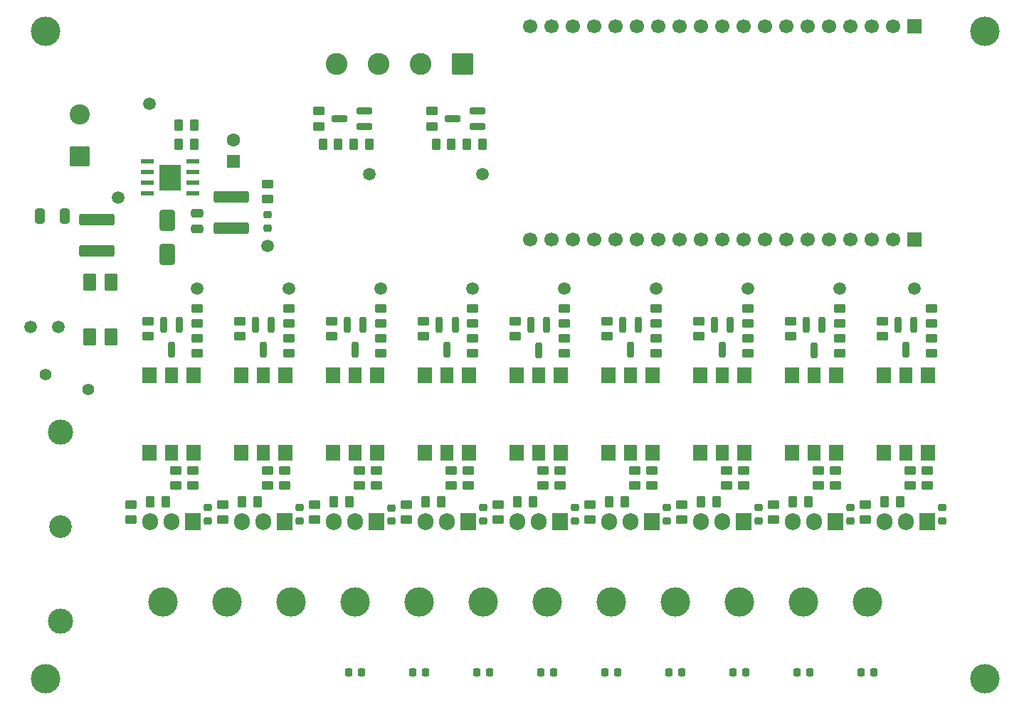
<source format=gbr>
%TF.GenerationSoftware,KiCad,Pcbnew,9.0.0*%
%TF.CreationDate,2025-07-11T19:31:04+08:00*%
%TF.ProjectId,ESPrinkler Retic PCB,45535072-696e-46b6-9c65-722052657469,rev?*%
%TF.SameCoordinates,Original*%
%TF.FileFunction,Soldermask,Top*%
%TF.FilePolarity,Negative*%
%FSLAX46Y46*%
G04 Gerber Fmt 4.6, Leading zero omitted, Abs format (unit mm)*
G04 Created by KiCad (PCBNEW 9.0.0) date 2025-07-11 19:31:04*
%MOMM*%
%LPD*%
G01*
G04 APERTURE LIST*
G04 Aperture macros list*
%AMRoundRect*
0 Rectangle with rounded corners*
0 $1 Rounding radius*
0 $2 $3 $4 $5 $6 $7 $8 $9 X,Y pos of 4 corners*
0 Add a 4 corners polygon primitive as box body*
4,1,4,$2,$3,$4,$5,$6,$7,$8,$9,$2,$3,0*
0 Add four circle primitives for the rounded corners*
1,1,$1+$1,$2,$3*
1,1,$1+$1,$4,$5*
1,1,$1+$1,$6,$7*
1,1,$1+$1,$8,$9*
0 Add four rect primitives between the rounded corners*
20,1,$1+$1,$2,$3,$4,$5,0*
20,1,$1+$1,$4,$5,$6,$7,0*
20,1,$1+$1,$6,$7,$8,$9,0*
20,1,$1+$1,$8,$9,$2,$3,0*%
G04 Aperture macros list end*
%ADD10RoundRect,0.250000X0.262500X0.450000X-0.262500X0.450000X-0.262500X-0.450000X0.262500X-0.450000X0*%
%ADD11RoundRect,0.225000X-0.250000X0.225000X-0.250000X-0.225000X0.250000X-0.225000X0.250000X0.225000X0*%
%ADD12R,1.651000X1.955800*%
%ADD13R,1.524000X1.955800*%
%ADD14RoundRect,0.250000X0.450000X-0.262500X0.450000X0.262500X-0.450000X0.262500X-0.450000X-0.262500X0*%
%ADD15C,1.500000*%
%ADD16RoundRect,0.250000X-0.450000X0.262500X-0.450000X-0.262500X0.450000X-0.262500X0.450000X0.262500X0*%
%ADD17RoundRect,0.249999X-0.525001X0.800001X-0.525001X-0.800001X0.525001X-0.800001X0.525001X0.800001X0*%
%ADD18RoundRect,0.249999X1.850001X-0.450001X1.850001X0.450001X-1.850001X0.450001X-1.850001X-0.450001X0*%
%ADD19RoundRect,0.250000X1.050000X1.050000X-1.050000X1.050000X-1.050000X-1.050000X1.050000X-1.050000X0*%
%ADD20C,2.600000*%
%ADD21RoundRect,0.250000X-0.262500X-0.450000X0.262500X-0.450000X0.262500X0.450000X-0.262500X0.450000X0*%
%ADD22RoundRect,0.200000X-0.200000X0.750000X-0.200000X-0.750000X0.200000X-0.750000X0.200000X0.750000X0*%
%ADD23RoundRect,0.250000X-0.650000X1.000000X-0.650000X-1.000000X0.650000X-1.000000X0.650000X1.000000X0*%
%ADD24RoundRect,0.250000X0.550000X-0.550000X0.550000X0.550000X-0.550000X0.550000X-0.550000X-0.550000X0*%
%ADD25C,1.600000*%
%ADD26C,3.500000*%
%ADD27RoundRect,0.218750X-0.218750X-0.256250X0.218750X-0.256250X0.218750X0.256250X-0.218750X0.256250X0*%
%ADD28RoundRect,0.250001X0.949999X-0.949999X0.949999X0.949999X-0.949999X0.949999X-0.949999X-0.949999X0*%
%ADD29C,2.400000*%
%ADD30RoundRect,0.250000X0.325000X0.650000X-0.325000X0.650000X-0.325000X-0.650000X0.325000X-0.650000X0*%
%ADD31RoundRect,0.200000X0.750000X0.200000X-0.750000X0.200000X-0.750000X-0.200000X0.750000X-0.200000X0*%
%ADD32RoundRect,0.250000X-0.475000X0.250000X-0.475000X-0.250000X0.475000X-0.250000X0.475000X0.250000X0*%
%ADD33RoundRect,0.218750X-0.256250X0.218750X-0.256250X-0.218750X0.256250X-0.218750X0.256250X0.218750X0*%
%ADD34R,1.550000X0.600000*%
%ADD35R,2.600000X3.100000*%
%ADD36C,1.400000*%
%ADD37R,1.700000X1.700000*%
%ADD38C,1.700000*%
%ADD39C,2.700000*%
%ADD40C,3.000000*%
%ADD41R,1.905000X2.000000*%
%ADD42O,1.905000X2.000000*%
G04 APERTURE END LIST*
D10*
%TO.C,R6*%
X154326500Y-82179000D03*
X152501500Y-82179000D03*
%TD*%
%TO.C,R5*%
X154326500Y-79893000D03*
X152501500Y-79893000D03*
%TD*%
D11*
%TO.C,C13*%
X243332000Y-125450000D03*
X243332000Y-127000000D03*
%TD*%
D12*
%TO.C,U3*%
X165163500Y-109689900D03*
D13*
X162560000Y-109689900D03*
D12*
X159956500Y-109689900D03*
X159956500Y-118910100D03*
D13*
X162560000Y-118910100D03*
D12*
X165163500Y-118910100D03*
%TD*%
D14*
%TO.C,R55*%
X230632000Y-122832500D03*
X230632000Y-121007500D03*
%TD*%
D15*
%TO.C,TP6*%
X163068000Y-94266000D03*
%TD*%
D12*
%TO.C,U8*%
X219773500Y-109689900D03*
D13*
X217170000Y-109689900D03*
D12*
X214566500Y-109689900D03*
X214566500Y-118910100D03*
D13*
X217170000Y-118910100D03*
D12*
X219773500Y-118910100D03*
%TD*%
D16*
%TO.C,R69*%
X209296000Y-101703500D03*
X209296000Y-103528500D03*
%TD*%
D15*
%TO.C,TP2*%
X138176000Y-103886000D03*
%TD*%
D14*
%TO.C,R36*%
X159766000Y-105052500D03*
X159766000Y-103227500D03*
%TD*%
D11*
%TO.C,C12*%
X232410000Y-125463000D03*
X232410000Y-127013000D03*
%TD*%
D16*
%TO.C,R32*%
X187452000Y-105259500D03*
X187452000Y-107084500D03*
%TD*%
%TO.C,R25*%
X146812000Y-125071500D03*
X146812000Y-126896500D03*
%TD*%
D11*
%TO.C,C10*%
X210566000Y-125463000D03*
X210566000Y-127013000D03*
%TD*%
D16*
%TO.C,R57*%
X201422000Y-125071500D03*
X201422000Y-126896500D03*
%TD*%
%TO.C,R43*%
X187452000Y-101703500D03*
X187452000Y-103528500D03*
%TD*%
%TO.C,R40*%
X154686000Y-101703500D03*
X154686000Y-103528500D03*
%TD*%
D11*
%TO.C,C7*%
X177800000Y-125476000D03*
X177800000Y-127026000D03*
%TD*%
D15*
%TO.C,TP25*%
X240030000Y-99314000D03*
%TD*%
D16*
%TO.C,R19*%
X195834000Y-121007500D03*
X195834000Y-122832500D03*
%TD*%
D11*
%TO.C,C8*%
X188722000Y-125463000D03*
X188722000Y-127013000D03*
%TD*%
D17*
%TO.C,D1*%
X144399000Y-98604000D03*
X141859000Y-98604000D03*
X141859000Y-105104000D03*
X144399000Y-105104000D03*
%TD*%
D18*
%TO.C,L2*%
X158748000Y-92157000D03*
X158748000Y-88457000D03*
%TD*%
D10*
%TO.C,R8*%
X188594500Y-82169000D03*
X186769500Y-82169000D03*
%TD*%
D14*
%TO.C,R20*%
X154178000Y-122832500D03*
X154178000Y-121007500D03*
%TD*%
D16*
%TO.C,R29*%
X168656000Y-125071500D03*
X168656000Y-126896500D03*
%TD*%
D10*
%TO.C,R13*%
X183689000Y-124714000D03*
X181864000Y-124714000D03*
%TD*%
%TO.C,R47*%
X227377000Y-124714000D03*
X225552000Y-124714000D03*
%TD*%
D19*
%TO.C,J6*%
X186252500Y-72641500D03*
D20*
X181252500Y-72641500D03*
X176252500Y-72641500D03*
X171252500Y-72641500D03*
%TD*%
D15*
%TO.C,TP13*%
X154686000Y-99314000D03*
%TD*%
D16*
%TO.C,R60*%
X220218000Y-105259500D03*
X220218000Y-107084500D03*
%TD*%
D21*
%TO.C,R7*%
X183086500Y-82169000D03*
X184911500Y-82169000D03*
%TD*%
%TO.C,R2*%
X169648500Y-82169000D03*
X171473500Y-82169000D03*
%TD*%
D16*
%TO.C,R26*%
X154686000Y-105259500D03*
X154686000Y-107084500D03*
%TD*%
D12*
%TO.C,U2*%
X154241500Y-109689900D03*
D13*
X151638000Y-109689900D03*
D12*
X149034500Y-109689900D03*
X149034500Y-118910100D03*
D13*
X151638000Y-118910100D03*
D12*
X154241500Y-118910100D03*
%TD*%
D22*
%TO.C,Q7*%
X196276000Y-103680000D03*
X194376000Y-103680000D03*
X195326000Y-106680000D03*
%TD*%
D16*
%TO.C,R34*%
X198374000Y-105259500D03*
X198374000Y-107084500D03*
%TD*%
D14*
%TO.C,R65*%
X203454000Y-105052500D03*
X203454000Y-103227500D03*
%TD*%
%TO.C,R66*%
X214376000Y-105052500D03*
X214376000Y-103227500D03*
%TD*%
D16*
%TO.C,R70*%
X220218000Y-101703500D03*
X220218000Y-103528500D03*
%TD*%
%TO.C,R51*%
X228600000Y-121007500D03*
X228600000Y-122832500D03*
%TD*%
%TO.C,R33*%
X190500000Y-125071500D03*
X190500000Y-126896500D03*
%TD*%
%TO.C,R15*%
X152146000Y-121007500D03*
X152146000Y-122832500D03*
%TD*%
D12*
%TO.C,U5*%
X187007500Y-109689900D03*
D13*
X184404000Y-109689900D03*
D12*
X181800500Y-109689900D03*
X181800500Y-118910100D03*
D13*
X184404000Y-118910100D03*
D12*
X187007500Y-118910100D03*
%TD*%
D14*
%TO.C,R21*%
X165100000Y-122832500D03*
X165100000Y-121007500D03*
%TD*%
D10*
%TO.C,R12*%
X172767000Y-124714000D03*
X170942000Y-124714000D03*
%TD*%
D22*
%TO.C,Q9*%
X218120000Y-103656000D03*
X216220000Y-103656000D03*
X217170000Y-106656000D03*
%TD*%
D23*
%TO.C,D2*%
X151130000Y-91250000D03*
X151130000Y-95250000D03*
%TD*%
D24*
%TO.C,C4*%
X158966750Y-84171000D03*
D25*
X158966750Y-81671000D03*
%TD*%
D10*
%TO.C,R14*%
X194611000Y-124714000D03*
X192786000Y-124714000D03*
%TD*%
D16*
%TO.C,R52*%
X239522000Y-121007500D03*
X239522000Y-122832500D03*
%TD*%
D26*
%TO.C,REF\u002A\u002A*%
X248412000Y-145796000D03*
%TD*%
D14*
%TO.C,R1*%
X169164000Y-80033500D03*
X169164000Y-78208500D03*
%TD*%
D16*
%TO.C,R18*%
X184912000Y-121007500D03*
X184912000Y-122832500D03*
%TD*%
D11*
%TO.C,C9*%
X199644000Y-125463000D03*
X199644000Y-127013000D03*
%TD*%
D22*
%TO.C,Q3*%
X152588000Y-103656000D03*
X150688000Y-103656000D03*
X151638000Y-106656000D03*
%TD*%
D15*
%TO.C,TP14*%
X165608000Y-99314000D03*
%TD*%
D27*
%TO.C,D12*%
X195554500Y-145034000D03*
X197129500Y-145034000D03*
%TD*%
D28*
%TO.C,C1*%
X140716000Y-83627216D03*
D29*
X140716000Y-78627216D03*
%TD*%
D26*
%TO.C,REF\u002A\u002A*%
X248412000Y-68707000D03*
%TD*%
D14*
%TO.C,R23*%
X186944000Y-122832500D03*
X186944000Y-121007500D03*
%TD*%
D15*
%TO.C,TP22*%
X209296000Y-99314000D03*
%TD*%
D16*
%TO.C,R41*%
X165608000Y-101703500D03*
X165608000Y-103528500D03*
%TD*%
%TO.C,R62*%
X231140000Y-105259500D03*
X231140000Y-107084500D03*
%TD*%
D11*
%TO.C,C5*%
X155956000Y-125463000D03*
X155956000Y-127013000D03*
%TD*%
D14*
%TO.C,R4*%
X182602000Y-80033500D03*
X182602000Y-78208500D03*
%TD*%
D16*
%TO.C,R31*%
X179578000Y-125071500D03*
X179578000Y-126896500D03*
%TD*%
D27*
%TO.C,D19*%
X218414500Y-145034000D03*
X219989500Y-145034000D03*
%TD*%
D18*
%TO.C,L1*%
X142748000Y-94846000D03*
X142748000Y-91146000D03*
%TD*%
D10*
%TO.C,R3*%
X175156500Y-82169000D03*
X173331500Y-82169000D03*
%TD*%
D22*
%TO.C,Q6*%
X185378000Y-103656000D03*
X183478000Y-103656000D03*
X184428000Y-106656000D03*
%TD*%
D12*
%TO.C,U9*%
X230695500Y-109689900D03*
D13*
X228092000Y-109689900D03*
D12*
X225488500Y-109689900D03*
X225488500Y-118910100D03*
D13*
X228092000Y-118910100D03*
D12*
X230695500Y-118910100D03*
%TD*%
D27*
%TO.C,D21*%
X233654500Y-145034000D03*
X235229500Y-145034000D03*
%TD*%
D14*
%TO.C,R67*%
X225298000Y-105052500D03*
X225298000Y-103227500D03*
%TD*%
D30*
%TO.C,C2*%
X138889000Y-90710000D03*
X135939000Y-90710000D03*
%TD*%
D16*
%TO.C,R58*%
X209296000Y-105259500D03*
X209296000Y-107084500D03*
%TD*%
D15*
%TO.C,TP16*%
X187452000Y-99314000D03*
%TD*%
D27*
%TO.C,D18*%
X210794500Y-145034000D03*
X212369500Y-145034000D03*
%TD*%
D15*
%TO.C,TP23*%
X220218000Y-99314000D03*
%TD*%
D31*
%TO.C,Q1*%
X174601000Y-80071000D03*
X174601000Y-78171000D03*
X171601000Y-79121000D03*
%TD*%
D27*
%TO.C,D20*%
X226034500Y-145034000D03*
X227609500Y-145034000D03*
%TD*%
D16*
%TO.C,R42*%
X176530000Y-101703500D03*
X176530000Y-103528500D03*
%TD*%
%TO.C,R61*%
X223266000Y-125071500D03*
X223266000Y-126896500D03*
%TD*%
D22*
%TO.C,Q10*%
X229042000Y-103680000D03*
X227142000Y-103680000D03*
X228092000Y-106680000D03*
%TD*%
D27*
%TO.C,D10*%
X180314500Y-145034000D03*
X181889500Y-145034000D03*
%TD*%
D15*
%TO.C,TP3*%
X148971000Y-77375000D03*
%TD*%
D22*
%TO.C,Q8*%
X207198000Y-103656000D03*
X205298000Y-103656000D03*
X206248000Y-106656000D03*
%TD*%
D32*
%TO.C,C3*%
X154684000Y-90373000D03*
X154684000Y-92273000D03*
%TD*%
D14*
%TO.C,R37*%
X170688000Y-105052500D03*
X170688000Y-103227500D03*
%TD*%
D12*
%TO.C,U6*%
X197929500Y-109689900D03*
D13*
X195326000Y-109689900D03*
D12*
X192722500Y-109689900D03*
X192722500Y-118910100D03*
D13*
X195326000Y-118910100D03*
D12*
X197929500Y-118910100D03*
%TD*%
D10*
%TO.C,R46*%
X216455000Y-124714000D03*
X214630000Y-124714000D03*
%TD*%
D15*
%TO.C,TP4*%
X145288000Y-88551000D03*
%TD*%
D12*
%TO.C,U4*%
X176085500Y-109689900D03*
D13*
X173482000Y-109689900D03*
D12*
X170878500Y-109689900D03*
X170878500Y-118910100D03*
D13*
X173482000Y-118910100D03*
D12*
X176085500Y-118910100D03*
%TD*%
D14*
%TO.C,R53*%
X208788000Y-122832500D03*
X208788000Y-121007500D03*
%TD*%
D11*
%TO.C,C11*%
X221488000Y-125463000D03*
X221488000Y-127013000D03*
%TD*%
D22*
%TO.C,Q5*%
X174432000Y-103656000D03*
X172532000Y-103656000D03*
X173482000Y-106656000D03*
%TD*%
D15*
%TO.C,TP1*%
X134874000Y-103886000D03*
%TD*%
D33*
%TO.C,D3*%
X163030750Y-90561000D03*
X163030750Y-92136000D03*
%TD*%
D16*
%TO.C,R27*%
X157734000Y-125071500D03*
X157734000Y-126896500D03*
%TD*%
%TO.C,R28*%
X165608000Y-105259500D03*
X165608000Y-107084500D03*
%TD*%
D27*
%TO.C,D11*%
X187934500Y-145034000D03*
X189509500Y-145034000D03*
%TD*%
%TO.C,D13*%
X203174500Y-145034000D03*
X204749500Y-145034000D03*
%TD*%
D14*
%TO.C,R35*%
X148844000Y-105052500D03*
X148844000Y-103227500D03*
%TD*%
D12*
%TO.C,U10*%
X241617500Y-109689900D03*
D13*
X239014000Y-109689900D03*
D12*
X236410500Y-109689900D03*
X236410500Y-118910100D03*
D13*
X239014000Y-118910100D03*
D12*
X241617500Y-118910100D03*
%TD*%
D10*
%TO.C,R48*%
X238299000Y-124714000D03*
X236474000Y-124714000D03*
%TD*%
D16*
%TO.C,R50*%
X217678000Y-121007500D03*
X217678000Y-122832500D03*
%TD*%
D14*
%TO.C,R38*%
X181610000Y-105052500D03*
X181610000Y-103227500D03*
%TD*%
D15*
%TO.C,TP15*%
X176530000Y-99314000D03*
%TD*%
D34*
%TO.C,U1*%
X154176000Y-88021000D03*
X154176000Y-86751000D03*
X154176000Y-85481000D03*
X154176000Y-84211000D03*
X148776000Y-84211000D03*
X148776000Y-85481000D03*
X148776000Y-86751000D03*
X148776000Y-88021000D03*
D35*
X151476000Y-86116000D03*
%TD*%
D26*
%TO.C,J1*%
X150622000Y-136652000D03*
X158242000Y-136652000D03*
X165862000Y-136652000D03*
X173482000Y-136652000D03*
X181102000Y-136652000D03*
X188722000Y-136652000D03*
X196342000Y-136652000D03*
X203962000Y-136652000D03*
X211582000Y-136652000D03*
X219202000Y-136652000D03*
X226822000Y-136652000D03*
X234442000Y-136652000D03*
%TD*%
D36*
%TO.C,F2*%
X136652000Y-109601000D03*
X141752000Y-111401000D03*
%TD*%
D14*
%TO.C,R56*%
X241554000Y-122832500D03*
X241554000Y-121007500D03*
%TD*%
D26*
%TO.C,REF\u002A\u002A*%
X136652000Y-68707000D03*
%TD*%
D16*
%TO.C,R63*%
X234188000Y-125071500D03*
X234188000Y-126896500D03*
%TD*%
D14*
%TO.C,R59*%
X212344000Y-126896500D03*
X212344000Y-125071500D03*
%TD*%
%TO.C,R22*%
X176022000Y-122832500D03*
X176022000Y-121007500D03*
%TD*%
D15*
%TO.C,TP17*%
X198374000Y-99314000D03*
%TD*%
D26*
%TO.C,REF\u002A\u002A*%
X136652000Y-145796000D03*
%TD*%
D37*
%TO.C,J4*%
X240029999Y-68072001D03*
D38*
X237489999Y-68072001D03*
X234949999Y-68072001D03*
X232409999Y-68072001D03*
X229869999Y-68072001D03*
X227329999Y-68072001D03*
X224789999Y-68072001D03*
X222249999Y-68072001D03*
X219709999Y-68072001D03*
X217169999Y-68072001D03*
X214629999Y-68072001D03*
X212089999Y-68072001D03*
X209549999Y-68072001D03*
X207009999Y-68072001D03*
X204469999Y-68072001D03*
X201929999Y-68072001D03*
X199389999Y-68072001D03*
X196849999Y-68072001D03*
X194309999Y-68072001D03*
%TD*%
D15*
%TO.C,TP7*%
X188595000Y-85725000D03*
%TD*%
D14*
%TO.C,R39*%
X192532000Y-105052500D03*
X192532000Y-103227500D03*
%TD*%
%TO.C,R54*%
X219710000Y-122832500D03*
X219710000Y-121007500D03*
%TD*%
D16*
%TO.C,R71*%
X231140000Y-101703500D03*
X231140000Y-103528500D03*
%TD*%
%TO.C,R44*%
X198374000Y-101703500D03*
X198374000Y-103528500D03*
%TD*%
D14*
%TO.C,R68*%
X236220000Y-105052500D03*
X236220000Y-103227500D03*
%TD*%
D22*
%TO.C,Q4*%
X163510000Y-103656000D03*
X161610000Y-103656000D03*
X162560000Y-106656000D03*
%TD*%
D16*
%TO.C,R16*%
X163068000Y-121007500D03*
X163068000Y-122832500D03*
%TD*%
%TO.C,R64*%
X242062000Y-105259500D03*
X242062000Y-107084500D03*
%TD*%
D22*
%TO.C,Q11*%
X239964000Y-103656000D03*
X238064000Y-103656000D03*
X239014000Y-106656000D03*
%TD*%
D27*
%TO.C,D9*%
X172694500Y-145034000D03*
X174269500Y-145034000D03*
%TD*%
D15*
%TO.C,TP24*%
X231140000Y-99314000D03*
%TD*%
%TO.C,TP5*%
X175133000Y-85725000D03*
%TD*%
D16*
%TO.C,R49*%
X206756000Y-121007500D03*
X206756000Y-122832500D03*
%TD*%
D12*
%TO.C,U7*%
X208851500Y-109689900D03*
D13*
X206248000Y-109689900D03*
D12*
X203644500Y-109689900D03*
X203644500Y-118910100D03*
D13*
X206248000Y-118910100D03*
D12*
X208851500Y-118910100D03*
%TD*%
D31*
%TO.C,Q2*%
X188039000Y-80071000D03*
X188039000Y-78171000D03*
X185039000Y-79121000D03*
%TD*%
D11*
%TO.C,C6*%
X166878000Y-125463000D03*
X166878000Y-127013000D03*
%TD*%
D10*
%TO.C,R10*%
X150923000Y-124714000D03*
X149098000Y-124714000D03*
%TD*%
%TO.C,R45*%
X205533000Y-124714000D03*
X203708000Y-124714000D03*
%TD*%
D14*
%TO.C,R24*%
X197866000Y-122832500D03*
X197866000Y-121007500D03*
%TD*%
D37*
%TO.C,J5*%
X240029999Y-93472001D03*
D38*
X237489999Y-93472001D03*
X234949999Y-93472001D03*
X232409999Y-93472001D03*
X229869999Y-93472001D03*
X227329999Y-93472001D03*
X224789999Y-93472001D03*
X222249999Y-93472001D03*
X219709999Y-93472001D03*
X217169999Y-93472001D03*
X214629999Y-93472001D03*
X212089999Y-93472001D03*
X209549999Y-93472001D03*
X207009999Y-93472001D03*
X204469999Y-93472001D03*
X201929999Y-93472001D03*
X199389999Y-93472001D03*
X196849999Y-93472001D03*
X194309999Y-93472001D03*
%TD*%
D39*
%TO.C,F1*%
X138430000Y-127688000D03*
D40*
X138430000Y-138938000D03*
X138430000Y-116438000D03*
%TD*%
D16*
%TO.C,R17*%
X173990000Y-121007500D03*
X173990000Y-122832500D03*
%TD*%
%TO.C,R30*%
X176530000Y-105259500D03*
X176530000Y-107084500D03*
%TD*%
D14*
%TO.C,R9*%
X163030750Y-88705000D03*
X163030750Y-86880000D03*
%TD*%
D10*
%TO.C,R11*%
X161845000Y-124714000D03*
X160020000Y-124714000D03*
%TD*%
D16*
%TO.C,R72*%
X242062000Y-101703500D03*
X242062000Y-103528500D03*
%TD*%
D41*
%TO.C,D8*%
X197866000Y-127086000D03*
D42*
X195326000Y-127086000D03*
X192786000Y-127086000D03*
%TD*%
D41*
%TO.C,D17*%
X241554000Y-127086000D03*
D42*
X239014000Y-127086000D03*
X236474000Y-127086000D03*
%TD*%
D41*
%TO.C,D6*%
X176022000Y-127086000D03*
D42*
X173482000Y-127086000D03*
X170942000Y-127086000D03*
%TD*%
D41*
%TO.C,D15*%
X219710000Y-127086000D03*
D42*
X217170000Y-127086000D03*
X214630000Y-127086000D03*
%TD*%
D41*
%TO.C,D7*%
X186944000Y-127086000D03*
D42*
X184404000Y-127086000D03*
X181864000Y-127086000D03*
%TD*%
D41*
%TO.C,D4*%
X154178000Y-127086000D03*
D42*
X151638000Y-127086000D03*
X149098000Y-127086000D03*
%TD*%
D41*
%TO.C,D14*%
X208788000Y-127086000D03*
D42*
X206248000Y-127086000D03*
X203708000Y-127086000D03*
%TD*%
D41*
%TO.C,D5*%
X165100000Y-127086000D03*
D42*
X162560000Y-127086000D03*
X160020000Y-127086000D03*
%TD*%
D41*
%TO.C,D16*%
X230632000Y-127086000D03*
D42*
X228092000Y-127086000D03*
X225552000Y-127086000D03*
%TD*%
M02*

</source>
